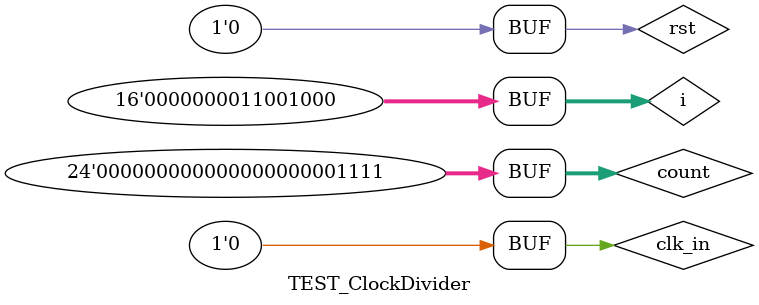
<source format=v>
`timescale 1ns / 1ps


module TEST_ClockDivider;

	// Inputs
	reg clk_in;
	reg rst;
	reg [23:0] count;

	// Outputs
	wire clk_out;

	// Instantiate the Unit Under Test (UUT)
	ClockDivider uut (
		.clk_in(clk_in), 
		.rst(rst), 
		.count(count), 
		.clk_out(clk_out)
	);
	
	reg [15:0] i = 0;

	initial begin
		// Initialize Inputs
		clk_in = 0;
		rst = 0;
		count = 0;

		// Wait 100 ns for global reset to finish
		#50;
        
		// Add stimulus here
		
		count = 15;
		
		for (i = 0; i < 200; i = i + 1) begin
			#5; clk_in = ~clk_in;
		end
		
	end
      
endmodule


</source>
